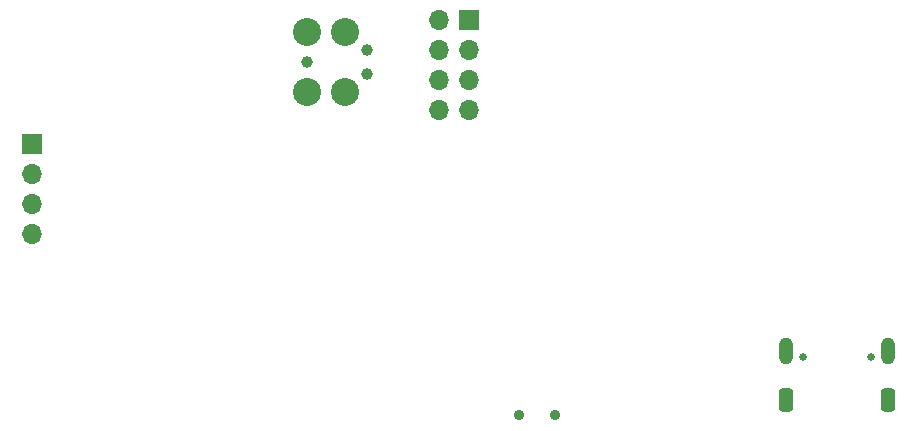
<source format=gbs>
G04 #@! TF.GenerationSoftware,KiCad,Pcbnew,8.0.1*
G04 #@! TF.CreationDate,2024-04-26T15:43:05-05:00*
G04 #@! TF.ProjectId,HCIPCB_ATSAMD21G18_template,48434950-4342-45f4-9154-53414d443231,rev?*
G04 #@! TF.SameCoordinates,Original*
G04 #@! TF.FileFunction,Soldermask,Bot*
G04 #@! TF.FilePolarity,Negative*
%FSLAX46Y46*%
G04 Gerber Fmt 4.6, Leading zero omitted, Abs format (unit mm)*
G04 Created by KiCad (PCBNEW 8.0.1) date 2024-04-26 15:43:05*
%MOMM*%
%LPD*%
G01*
G04 APERTURE LIST*
G04 Aperture macros list*
%AMRoundRect*
0 Rectangle with rounded corners*
0 $1 Rounding radius*
0 $2 $3 $4 $5 $6 $7 $8 $9 X,Y pos of 4 corners*
0 Add a 4 corners polygon primitive as box body*
4,1,4,$2,$3,$4,$5,$6,$7,$8,$9,$2,$3,0*
0 Add four circle primitives for the rounded corners*
1,1,$1+$1,$2,$3*
1,1,$1+$1,$4,$5*
1,1,$1+$1,$6,$7*
1,1,$1+$1,$8,$9*
0 Add four rect primitives between the rounded corners*
20,1,$1+$1,$2,$3,$4,$5,0*
20,1,$1+$1,$4,$5,$6,$7,0*
20,1,$1+$1,$6,$7,$8,$9,0*
20,1,$1+$1,$8,$9,$2,$3,0*%
G04 Aperture macros list end*
%ADD10C,0.900000*%
%ADD11R,1.700000X1.700000*%
%ADD12O,1.700000X1.700000*%
%ADD13C,2.374900*%
%ADD14C,0.990600*%
%ADD15C,0.650000*%
%ADD16O,1.204000X2.304000*%
%ADD17RoundRect,0.301000X-0.301000X-0.701000X0.301000X-0.701000X0.301000X0.701000X-0.301000X0.701000X0*%
G04 APERTURE END LIST*
D10*
X135750000Y-111446335D03*
X138750000Y-111446335D03*
D11*
X131500000Y-77960000D03*
D12*
X128960000Y-77960000D03*
X131500000Y-80500000D03*
X128960000Y-80500000D03*
X131500000Y-83040000D03*
X128960000Y-83040000D03*
X131500000Y-85580000D03*
X128960000Y-85580000D03*
D13*
X117825000Y-79000000D03*
D14*
X117825000Y-81540000D03*
D13*
X117825000Y-84080000D03*
X121000000Y-79000000D03*
X121000000Y-84080000D03*
D14*
X122905000Y-80524000D03*
X122905000Y-82556000D03*
D11*
X94500000Y-88500000D03*
D12*
X94500000Y-91040000D03*
X94500000Y-93580000D03*
X94500000Y-96120000D03*
D15*
X159790000Y-106482500D03*
X165570000Y-106482500D03*
D16*
X158360000Y-105982500D03*
X167000000Y-105982500D03*
D17*
X158360000Y-110162500D03*
X167000000Y-110162500D03*
M02*

</source>
